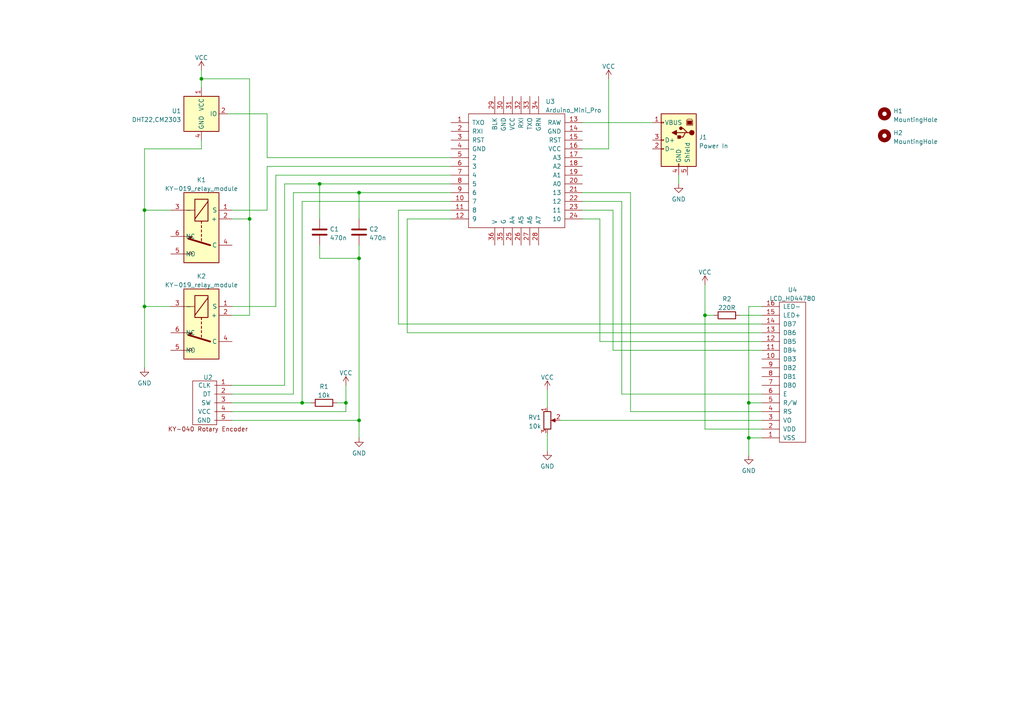
<source format=kicad_sch>
(kicad_sch (version 20211123) (generator eeschema)
  (paper "A4")
  (lib_symbols
    (symbol "Connector:USB_B" (pin_names (offset 1.016))
      (property "Reference" "J" (at -5.08 11.43 0))
      (property "Value" "USB_B" (at -5.08 8.89 0))
      (symbol "USB_B_0_1"
        (rectangle (start -5.08 -7.62) (end 5.08 7.62) (stroke (width 0.254)) (fill (type background)))
        (circle (center -3.81 2.159) (radius 0.635) (stroke (width 0.254)) (fill (type outline)))
        (rectangle (start -3.81 5.588) (end -2.54 4.572) (fill (type outline)))
        (circle (center -0.635 3.429) (radius 0.381) (stroke (width 0.254)) (fill (type outline)))
        (rectangle (start -0.127 -7.62) (end 0.127 -6.858))
        (polyline (pts (xy -1.905 2.159) (xy 0.635 2.159)) (stroke (width 0.254)))
        (polyline (pts (xy -3.175 2.159) (xy -2.54 2.159) (xy -1.27 3.429) (xy -0.635 3.429)) (stroke (width 0.254)))
        (polyline (pts (xy -2.54 2.159) (xy -1.905 2.159) (xy -1.27 0.889) (xy 0 0.889)) (stroke (width 0.254)))
        (polyline (pts (xy 0.635 2.794) (xy 0.635 1.524) (xy 1.905 2.159) (xy 0.635 2.794)) (stroke (width 0.254)) (fill (type outline)))
        (polyline (pts (xy -4.064 4.318) (xy -2.286 4.318) (xy -2.286 5.715) (xy -2.667 6.096) (xy -3.683 6.096) (xy -4.064 5.715) (xy -4.064 4.318)))
        (rectangle (start 0.254 1.27) (end -0.508 0.508) (stroke (width 0.254)) (fill (type outline)))
        (rectangle (start 5.08 -2.667) (end 4.318 -2.413))
        (rectangle (start 5.08 -0.127) (end 4.318 0.127))
        (rectangle (start 5.08 4.953) (end 4.318 5.207))
      )
      (symbol "USB_B_1_1"
        (pin power_out line (at 7.62 5.08 180) (length 2.54) (name "VBUS") (number "1"))
        (pin bidirectional line (at 7.62 -2.54 180) (length 2.54) (name "D-") (number "2"))
        (pin bidirectional line (at 7.62 0 180) (length 2.54) (name "D+") (number "3"))
        (pin power_out line (at 0 -10.16 90) (length 2.54) (name "GND") (number "4"))
        (pin passive line (at -2.54 -10.16 90) (length 2.54) (name "Shield") (number "5"))
      )
    )
    (symbol "Device:C" (pin_numbers hide) (pin_names (offset 0.254))
      (property "Reference" "C" (at 0.635 2.54 0))
      (property "Value" "C" (at 0.635 -2.54 0))
      (symbol "C_0_1"
        (polyline (pts (xy -2.032 -0.762) (xy 2.032 -0.762)) (stroke (width 0.508)))
        (polyline (pts (xy -2.032 0.762) (xy 2.032 0.762)) (stroke (width 0.508)))
      )
      (symbol "C_1_1"
        (pin passive line (at 0 3.81 270) (length 2.794) (name "~") (number "1"))
        (pin passive line (at 0 -3.81 90) (length 2.794) (name "~") (number "2"))
      )
    )
    (symbol "Device:R" (pin_numbers hide) (pin_names (offset 0))
      (property "Reference" "R" (at 2.032 0 90))
      (property "Value" "R" (at 0 0 90))
      (symbol "R_0_1"
        (rectangle (start -1.016 -2.54) (end 1.016 2.54) (stroke (width 0.254)))
      )
      (symbol "R_1_1"
        (pin passive line (at 0 3.81 270) (length 1.27) (name "~") (number "1"))
        (pin passive line (at 0 -3.81 90) (length 1.27) (name "~") (number "2"))
      )
    )
    (symbol "Device:R_Potentiometer" (pin_names (offset 1.016) hide)
      (property "Reference" "RV" (at -4.445 0 90))
      (property "Value" "R_Potentiometer" (at -2.54 0 90))
      (symbol "R_Potentiometer_0_1"
        (polyline (pts (xy 2.54 0) (xy 1.524 0)))
        (polyline (pts (xy 1.143 0) (xy 2.286 0.508) (xy 2.286 -0.508) (xy 1.143 0)) (fill (type outline)))
        (rectangle (start 1.016 2.54) (end -1.016 -2.54) (stroke (width 0.254)))
      )
      (symbol "R_Potentiometer_1_1"
        (pin passive line (at 0 3.81 270) (length 1.27) (name "1") (number "1"))
        (pin passive line (at 3.81 0 180) (length 1.27) (name "2") (number "2"))
        (pin passive line (at 0 -3.81 90) (length 1.27) (name "3") (number "3"))
      )
    )
    (symbol "Mechanical:MountingHole" (pin_names (offset 1.016))
      (property "Reference" "H" (at 0 5.08 0))
      (property "Value" "MountingHole" (at 0 3.175 0))
      (symbol "MountingHole_0_1"
        (circle (center 0 0) (radius 1.27) (stroke (width 1.27)))
      )
    )
    (symbol "My_Arduino:Arduino_Mini_Pro" (pin_names (offset 1.016))
      (property "Reference" "U" (at 6.35 3.81 0))
      (property "Value" "Arduino_Mini_Pro" (at 1.27 7.62 0))
      (symbol "Arduino_Mini_Pro_0_1"
        (rectangle (start 5.08 2.54) (end 33.02 -30.48))
      )
      (symbol "Arduino_Mini_Pro_1_1"
        (pin output line (at 0 0 0) (length 5.08) (name "TXO") (number "1"))
        (pin bidirectional line (at 0 -22.86 0) (length 5.08) (name "7") (number "10"))
        (pin bidirectional line (at 0 -25.4 0) (length 5.08) (name "8") (number "11"))
        (pin bidirectional line (at 0 -27.94 0) (length 5.08) (name "9") (number "12"))
        (pin power_in line (at 38.1 0 180) (length 5.08) (name "RAW") (number "13"))
        (pin power_in line (at 38.1 -2.54 180) (length 5.08) (name "GND") (number "14"))
        (pin input line (at 38.1 -5.08 180) (length 5.08) (name "RST") (number "15"))
        (pin power_out line (at 38.1 -7.62 180) (length 5.08) (name "VCC") (number "16"))
        (pin bidirectional line (at 38.1 -10.16 180) (length 5.08) (name "A3") (number "17"))
        (pin bidirectional line (at 38.1 -12.7 180) (length 5.08) (name "A2") (number "18"))
        (pin bidirectional line (at 38.1 -15.24 180) (length 5.08) (name "A1") (number "19"))
        (pin input line (at 0 -2.54 0) (length 5.08) (name "RXI") (number "2"))
        (pin bidirectional line (at 38.1 -17.78 180) (length 5.08) (name "A0") (number "20"))
        (pin bidirectional line (at 38.1 -20.32 180) (length 5.08) (name "13") (number "21"))
        (pin bidirectional line (at 38.1 -22.86 180) (length 5.08) (name "12") (number "22"))
        (pin bidirectional line (at 38.1 -25.4 180) (length 5.08) (name "11") (number "23"))
        (pin bidirectional line (at 38.1 -27.94 180) (length 5.08) (name "10") (number "24"))
        (pin bidirectional line (at 17.78 -35.56 90) (length 5.08) (name "A4") (number "25"))
        (pin bidirectional line (at 20.32 -35.56 90) (length 5.08) (name "A5") (number "26"))
        (pin bidirectional line (at 22.86 -35.56 90) (length 5.08) (name "A6") (number "27"))
        (pin bidirectional line (at 25.4 -35.56 90) (length 5.08) (name "A7") (number "28"))
        (pin input line (at 12.7 7.62 270) (length 5.08) (name "BLK") (number "29"))
        (pin input line (at 0 -5.08 0) (length 5.08) (name "RST") (number "3"))
        (pin passive line (at 15.24 7.62 270) (length 5.08) (name "GND") (number "30"))
        (pin power_in line (at 17.78 7.62 270) (length 5.08) (name "VCC") (number "31"))
        (pin input line (at 20.32 7.62 270) (length 5.08) (name "RXI") (number "32"))
        (pin output line (at 22.86 7.62 270) (length 5.08) (name "TXO") (number "33"))
        (pin input line (at 25.4 7.62 270) (length 5.08) (name "GRN") (number "34"))
        (pin passive line (at 15.24 -35.56 90) (length 5.08) (name "G") (number "35"))
        (pin power_out line (at 12.7 -35.56 90) (length 5.08) (name "V") (number "36"))
        (pin passive line (at 0 -7.62 0) (length 5.08) (name "GND") (number "4"))
        (pin bidirectional line (at 0 -10.16 0) (length 5.08) (name "2") (number "5"))
        (pin bidirectional line (at 0 -12.7 0) (length 5.08) (name "3") (number "6"))
        (pin bidirectional line (at 0 -15.24 0) (length 5.08) (name "4") (number "7"))
        (pin bidirectional line (at 0 -17.78 0) (length 5.08) (name "5") (number "8"))
        (pin bidirectional line (at 0 -20.32 0) (length 5.08) (name "6") (number "9"))
      )
    )
    (symbol "My_Headers:LCD_HD44780" (pin_names (offset 1.016))
      (property "Reference" "U" (at 6.35 2.54 0))
      (property "Value" "LCD_HD44780" (at 11.43 -40.64 0))
      (symbol "LCD_HD44780_0_1"
        (rectangle (start 5.08 1.27) (end 12.7 -39.37))
      )
      (symbol "LCD_HD44780_1_1"
        (pin input line (at 0 0 0) (length 5.08) (name "VSS") (number "1"))
        (pin input line (at 0 -22.86 0) (length 5.08) (name "DB3") (number "10"))
        (pin input line (at 0 -25.4 0) (length 5.08) (name "DB4") (number "11"))
        (pin input line (at 0 -27.94 0) (length 5.08) (name "DB5") (number "12"))
        (pin input line (at 0 -30.48 0) (length 5.08) (name "DB6") (number "13"))
        (pin input line (at 0 -33.02 0) (length 5.08) (name "DB7") (number "14"))
        (pin input line (at 0 -35.56 0) (length 5.08) (name "LED+") (number "15"))
        (pin input line (at 0 -38.1 0) (length 5.08) (name "LED-") (number "16"))
        (pin input line (at 0 -2.54 0) (length 5.08) (name "VDD") (number "2"))
        (pin input line (at 0 -5.08 0) (length 5.08) (name "VO") (number "3"))
        (pin input line (at 0 -7.62 0) (length 5.08) (name "RS") (number "4"))
        (pin input line (at 0 -10.16 0) (length 5.08) (name "R/W") (number "5"))
        (pin input line (at 0 -12.7 0) (length 5.08) (name "E") (number "6"))
        (pin input line (at 0 -15.24 0) (length 5.08) (name "DB0") (number "7"))
        (pin input line (at 0 -17.78 0) (length 5.08) (name "DB1") (number "8"))
        (pin input line (at 0 -20.32 0) (length 5.08) (name "DB2") (number "9"))
      )
    )
    (symbol "My_Parts:DHT22,CM2303"
      (property "Reference" "U" (at -3.81 6.35 0))
      (property "Value" "DHT22,CM2303" (at 7.62 6.35 0))
      (symbol "DHT22,CM2303_0_1"
        (rectangle (start -5.08 5.08) (end 5.08 -5.08) (stroke (width 0.254)) (fill (type background)))
      )
      (symbol "DHT22,CM2303_1_1"
        (pin power_in line (at 0 7.62 270) (length 2.54) (name "VCC") (number "1"))
        (pin bidirectional line (at 7.62 0 180) (length 2.54) (name "IO") (number "2"))
        (pin no_connect line (at -5.08 0 0) (length 2.54) hide (name "NC") (number "3"))
        (pin power_in line (at 0 -7.62 90) (length 2.54) (name "GND") (number "4"))
      )
    )
    (symbol "My_Parts:KY-019_relay_module"
      (property "Reference" "K" (at 4.445 6.35 0))
      (property "Value" "KY-019_relay_module" (at -2.54 -17.145 0))
      (symbol "KY-019_relay_module_0_0"
        (polyline (pts (xy 13.97 -12.7) (xy 11.43 -12.7) (xy 12.065 -12.065) (xy 12.7 -12.7)))
      )
      (symbol "KY-019_relay_module_0_1"
        (polyline (pts (xy 6.35 -10.16) (xy 12.7 -8.255)) (stroke (width 0.508)))
        (polyline (pts (xy 6.985 2.54) (xy 10.795 -2.54)) (stroke (width 0.254)))
        (polyline (pts (xy 8.89 -8.255) (xy 8.89 -8.89)) (stroke (width 0.254)))
        (polyline (pts (xy 8.89 -6.985) (xy 8.89 -7.62)) (stroke (width 0.254)))
        (polyline (pts (xy 8.89 -5.715) (xy 8.89 -6.35)) (stroke (width 0.254)))
        (polyline (pts (xy 8.89 -4.445) (xy 8.89 -5.08)) (stroke (width 0.254)))
        (polyline (pts (xy 8.89 -3.175) (xy 8.89 -3.81)) (stroke (width 0.254)))
        (polyline (pts (xy 13.97 0) (xy 10.795 0)))
        (polyline (pts (xy 13.97 -7.62) (xy 11.43 -7.62) (xy 12.065 -8.255) (xy 12.7 -7.62)) (fill (type outline)))
        (rectangle (start 10.795 3.175) (end 6.985 -3.175) (stroke (width 0.254)))
        (rectangle (start 13.97 5.08) (end 3.81 -15.24) (stroke (width 0.254)) (fill (type background)))
      )
      (symbol "KY-019_relay_module_1_1"
        (pin input line (at 0 0 0) (length 3.81) (name "S") (number "1"))
        (pin power_in line (at 0 -2.54 0) (length 3.81) (name "+") (number "2"))
        (pin power_in line (at 17.78 0 180) (length 3.81) (name "-") (number "3"))
        (pin passive line (at 0 -10.16 0) (length 3.81) (name "C") (number "4"))
        (pin passive line (at 17.78 -12.7 180) (length 3.81) (name "NO") (number "5"))
        (pin passive line (at 17.78 -7.62 180) (length 3.81) (name "NC") (number "6"))
      )
    )
    (symbol "My_Parts:KY-040_Rotary_Encoder" (pin_names (offset 1.016))
      (property "Reference" "U" (at 0.635 2.54 0))
      (symbol "KY-040_Rotary_Encoder_0_0"
        (text "KY-040 Rotary Encoder" (at 1.905 -12.7 0) (effects (font (size 1.27 1.27))))
      )
      (symbol "KY-040_Rotary_Encoder_0_1"
        (rectangle (start -0.635 -11.43) (end 6.35 1.27))
      )
      (symbol "KY-040_Rotary_Encoder_1_1"
        (pin output line (at -5.08 0 0) (length 5.08) (name "CLK") (number "1"))
        (pin output line (at -5.08 -2.54 0) (length 5.08) (name "DT") (number "2"))
        (pin output line (at -5.08 -5.08 0) (length 5.08) (name "SW") (number "3"))
        (pin power_in line (at -5.08 -7.62 0) (length 5.08) (name "VCC") (number "4"))
        (pin power_in line (at -5.08 -10.16 0) (length 5.08) (name "GND") (number "5"))
      )
    )
    (symbol "power:GND" (power) (pin_names (offset 0))
      (property "Value" "GND" (at 0 -3.81 0))
      (symbol "GND_0_1"
        (polyline (pts (xy 0 0) (xy 0 -1.27) (xy 1.27 -1.27) (xy 0 -2.54) (xy -1.27 -1.27) (xy 0 -1.27)))
      )
      (symbol "GND_1_1"
        (pin power_in line (at 0 0 270) (length 0) hide (name "GND") (number "1"))
      )
    )
    (symbol "power:VCC" (power) (pin_names (offset 0))
      (property "Value" "VCC" (at 0 3.81 0))
      (symbol "VCC_0_1"
        (polyline (pts (xy -0.762 1.27) (xy 0 2.54)))
        (polyline (pts (xy 0 0) (xy 0 2.54)))
        (polyline (pts (xy 0 2.54) (xy 0.762 1.27)))
      )
      (symbol "VCC_1_1"
        (pin power_in line (at 0 0 90) (length 0) hide (name "VCC") (number "1"))
      )
    )
  )
  (junction (at 204.47 91.44))
  (junction (at 104.14 55.88))
  (junction (at 92.71 53.34))
  (junction (at 217.17 116.84))
  (junction (at 72.39 63.5))
  (junction (at 87.63 116.84))
  (junction (at 104.14 121.92))
  (junction (at 41.91 88.9))
  (junction (at 100.33 116.84))
  (junction (at 104.14 74.93))
  (junction (at 41.91 60.96))
  (junction (at 58.42 22.86))
  (junction (at 217.17 127))
  (wire (pts (xy 80.01 50.8) (xy 130.81 50.8)))
  (wire (pts (xy 104.14 121.92) (xy 104.14 127)))
  (wire (pts (xy 104.14 74.93) (xy 104.14 121.92)))
  (wire (pts (xy 85.09 114.3) (xy 85.09 55.88)))
  (wire (pts (xy 87.63 58.42) (xy 130.81 58.42)))
  (wire (pts (xy 158.75 125.73) (xy 158.75 130.81)))
  (wire (pts (xy 77.47 60.96) (xy 77.47 48.26)))
  (wire (pts (xy 168.91 35.56) (xy 189.23 35.56)))
  (wire (pts (xy 41.91 60.96) (xy 49.53 60.96)))
  (wire (pts (xy 204.47 124.46) (xy 204.47 91.44)))
  (wire (pts (xy 58.42 22.86) (xy 58.42 25.4)))
  (wire (pts (xy 115.57 93.98) (xy 115.57 60.96)))
  (wire (pts (xy 41.91 60.96) (xy 41.91 88.9)))
  (wire (pts (xy 80.01 88.9) (xy 67.31 88.9)))
  (wire (pts (xy 104.14 55.88) (xy 104.14 63.5)))
  (wire (pts (xy 87.63 116.84) (xy 90.17 116.84)))
  (wire (pts (xy 67.31 91.44) (xy 72.39 91.44)))
  (wire (pts (xy 168.91 43.18) (xy 176.53 43.18)))
  (wire (pts (xy 177.8 101.6) (xy 177.8 60.96)))
  (wire (pts (xy 173.99 99.06) (xy 173.99 63.5)))
  (wire (pts (xy 72.39 63.5) (xy 67.31 63.5)))
  (wire (pts (xy 58.42 40.64) (xy 58.42 43.18)))
  (wire (pts (xy 118.11 96.52) (xy 118.11 63.5)))
  (wire (pts (xy 180.34 114.3) (xy 180.34 58.42)))
  (wire (pts (xy 173.99 63.5) (xy 168.91 63.5)))
  (wire (pts (xy 82.55 53.34) (xy 92.71 53.34)))
  (wire (pts (xy 72.39 63.5) (xy 72.39 22.86)))
  (wire (pts (xy 115.57 60.96) (xy 130.81 60.96)))
  (wire (pts (xy 87.63 116.84) (xy 87.63 58.42)))
  (wire (pts (xy 100.33 119.38) (xy 100.33 116.84)))
  (wire (pts (xy 158.75 113.03) (xy 158.75 118.11)))
  (wire (pts (xy 41.91 88.9) (xy 41.91 106.68)))
  (wire (pts (xy 220.98 119.38) (xy 182.88 119.38)))
  (wire (pts (xy 217.17 88.9) (xy 220.98 88.9)))
  (wire (pts (xy 41.91 88.9) (xy 49.53 88.9)))
  (wire (pts (xy 92.71 74.93) (xy 92.71 71.12)))
  (wire (pts (xy 217.17 127) (xy 217.17 132.08)))
  (wire (pts (xy 220.98 116.84) (xy 217.17 116.84)))
  (wire (pts (xy 77.47 33.02) (xy 66.04 33.02)))
  (wire (pts (xy 77.47 45.72) (xy 77.47 33.02)))
  (wire (pts (xy 80.01 50.8) (xy 80.01 88.9)))
  (wire (pts (xy 67.31 111.76) (xy 82.55 111.76)))
  (wire (pts (xy 92.71 53.34) (xy 92.71 63.5)))
  (wire (pts (xy 97.79 116.84) (xy 100.33 116.84)))
  (wire (pts (xy 220.98 93.98) (xy 115.57 93.98)))
  (wire (pts (xy 182.88 55.88) (xy 168.91 55.88)))
  (wire (pts (xy 67.31 60.96) (xy 77.47 60.96)))
  (wire (pts (xy 58.42 43.18) (xy 41.91 43.18)))
  (wire (pts (xy 92.71 53.34) (xy 130.81 53.34)))
  (wire (pts (xy 220.98 127) (xy 217.17 127)))
  (wire (pts (xy 220.98 124.46) (xy 204.47 124.46)))
  (wire (pts (xy 217.17 116.84) (xy 217.17 127)))
  (wire (pts (xy 67.31 116.84) (xy 87.63 116.84)))
  (wire (pts (xy 162.56 121.92) (xy 220.98 121.92)))
  (wire (pts (xy 41.91 43.18) (xy 41.91 60.96)))
  (wire (pts (xy 82.55 111.76) (xy 82.55 53.34)))
  (wire (pts (xy 72.39 22.86) (xy 58.42 22.86)))
  (wire (pts (xy 67.31 119.38) (xy 100.33 119.38)))
  (wire (pts (xy 217.17 88.9) (xy 217.17 116.84)))
  (wire (pts (xy 196.85 50.8) (xy 196.85 53.34)))
  (wire (pts (xy 118.11 63.5) (xy 130.81 63.5)))
  (wire (pts (xy 104.14 55.88) (xy 130.81 55.88)))
  (wire (pts (xy 77.47 48.26) (xy 130.81 48.26)))
  (wire (pts (xy 85.09 55.88) (xy 104.14 55.88)))
  (wire (pts (xy 204.47 82.55) (xy 204.47 91.44)))
  (wire (pts (xy 104.14 74.93) (xy 92.71 74.93)))
  (wire (pts (xy 77.47 45.72) (xy 130.81 45.72)))
  (wire (pts (xy 220.98 96.52) (xy 118.11 96.52)))
  (wire (pts (xy 100.33 116.84) (xy 100.33 111.76)))
  (wire (pts (xy 58.42 20.32) (xy 58.42 22.86)))
  (wire (pts (xy 177.8 60.96) (xy 168.91 60.96)))
  (wire (pts (xy 220.98 114.3) (xy 180.34 114.3)))
  (wire (pts (xy 220.98 91.44) (xy 214.63 91.44)))
  (wire (pts (xy 182.88 119.38) (xy 182.88 55.88)))
  (wire (pts (xy 204.47 91.44) (xy 207.01 91.44)))
  (wire (pts (xy 67.31 121.92) (xy 104.14 121.92)))
  (wire (pts (xy 67.31 114.3) (xy 85.09 114.3)))
  (wire (pts (xy 104.14 71.12) (xy 104.14 74.93)))
  (wire (pts (xy 72.39 91.44) (xy 72.39 63.5)))
  (wire (pts (xy 220.98 101.6) (xy 177.8 101.6)))
  (wire (pts (xy 180.34 58.42) (xy 168.91 58.42)))
  (wire (pts (xy 176.53 43.18) (xy 176.53 22.86)))
  (wire (pts (xy 220.98 99.06) (xy 173.99 99.06)))
  (symbol (lib_id "power:VCC") (at 158.75 113.03 0) (unit 1)
    (property "Reference" "#PWR0109" (effects hide))
    (property "Value" "VCC" (at 158.75 109.4542 0))
  )
  (symbol (lib_id "Mechanical:MountingHole") (at 256.54 39.37 0) (unit 1)
    (property "Reference" "H2" (at 259.08 38.5353 0) (effects (justify left)))
    (property "Value" "MountingHole" (at 259.08 41.0722 0) (effects (justify left)))
    (property "Footprint" "MountingHole:MountingHole_3.2mm_M3" (effects hide))
  )
  (symbol (lib_id "Device:C") (at 104.14 67.31 0) (unit 1)
    (property "Reference" "C2" (at 107.061 66.4753 0) (effects (justify left)))
    (property "Value" "470n" (at 107.061 69.0122 0) (effects (justify left)))
    (property "Footprint" "My_Misc:C_Disc_D3.0mm_W1.6mm_P2.50mm_larg" (effects hide))
  )
  (symbol (lib_id "power:GND") (at 217.17 132.08 0) (mirror y) (unit 1)
    (property "Reference" "#PWR0106" (effects hide))
    (property "Value" "GND" (at 217.17 136.5234 0))
  )
  (symbol (lib_id "power:GND") (at 196.85 53.34 0) (unit 1)
    (property "Reference" "#PWR0108" (effects hide))
    (property "Value" "GND" (at 196.85 57.7834 0))
  )
  (symbol (lib_id "My_Arduino:Arduino_Mini_Pro") (at 130.81 35.56 0) (unit 1)
    (property "Reference" "U3" (at 158.2294 29.4472 0) (effects (justify left)))
    (property "Value" "Arduino_Mini_Pro" (at 158.2294 31.9841 0) (effects (justify left)))
    (property "Footprint" "My_Arduino:Arduino_Pro_Mini_vC_only_sides_larger_pads" (effects hide))
  )
  (symbol (lib_id "power:VCC") (at 204.47 82.55 0) (mirror y) (unit 1)
    (property "Reference" "#PWR0107" (effects hide))
    (property "Value" "VCC" (at 204.47 78.9742 0))
  )
  (symbol (lib_id "power:GND") (at 158.75 130.81 0) (unit 1)
    (property "Reference" "#PWR0110" (effects hide))
    (property "Value" "GND" (at 158.75 135.2534 0))
  )
  (symbol (lib_id "My_Parts:KY-019_relay_module") (at 67.31 88.9 0) (mirror y) (unit 1)
    (property "Reference" "K2" (at 58.42 80.1202 0))
    (property "Value" "KY-019_relay_module" (at 58.42 82.6571 0))
    (property "Footprint" "My_Headers:3-pin JST KY-019 relay" (effects hide))
  )
  (symbol (lib_id "Connector:USB_B") (at 196.85 40.64 0) (mirror y) (unit 1)
    (property "Reference" "J1" (at 202.692 39.8053 0) (effects (justify right)))
    (property "Value" "Power In" (at 202.692 42.3422 0) (effects (justify right)))
    (property "Footprint" "My_Misc:USB_B_OST_USB-B1HSxx_Horizontal_large" (effects hide))
    (property "Datasheet" " ~" (effects hide))
  )
  (symbol (lib_id "power:GND") (at 41.91 106.68 0) (unit 1)
    (property "Reference" "#PWR0102" (effects hide))
    (property "Value" "GND" (at 41.91 111.1234 0))
  )
  (symbol (lib_id "Device:R_Potentiometer") (at 158.75 121.92 0) (unit 1)
    (property "Reference" "RV1" (at 156.9721 121.0853 0) (effects (justify right)))
    (property "Value" "10k" (at 156.9721 123.6222 0) (effects (justify right)))
    (property "Footprint" "My_Misc:Potentiometer_Bourns_3339P_Vertical_large" (effects hide))
  )
  (symbol (lib_id "power:VCC") (at 176.53 22.86 0) (unit 1)
    (property "Reference" "#PWR0105" (effects hide))
    (property "Value" "VCC" (at 176.53 19.2842 0))
  )
  (symbol (lib_id "Device:R") (at 93.98 116.84 90) (unit 1)
    (property "Reference" "R1" (at 93.98 112.1242 90))
    (property "Value" "10k" (at 93.98 114.6611 90))
    (property "Footprint" "My_Misc:R_Axial_DIN0207_L6.3mm_D2.5mm_P10.16mm_Horizontal_larger_pads" (effects hide))
  )
  (symbol (lib_id "Mechanical:MountingHole") (at 256.54 33.02 0) (unit 1)
    (property "Reference" "H1" (at 259.08 32.1853 0) (effects (justify left)))
    (property "Value" "MountingHole" (at 259.08 34.7222 0) (effects (justify left)))
    (property "Footprint" "MountingHole:MountingHole_3.2mm_M3" (effects hide))
  )
  (symbol (lib_id "My_Headers:LCD_HD44780") (at 220.98 127 0) (mirror x) (unit 1)
    (property "Reference" "U4" (at 229.87 84.0572 0))
    (property "Value" "LCD_HD44780" (at 229.87 86.5941 0))
    (property "Footprint" "My_Parts:LCD_HD44780_16x2_w_headers_no outlinelarge" (effects hide))
  )
  (symbol (lib_id "power:GND") (at 104.14 127 0) (unit 1)
    (property "Reference" "#PWR0103" (effects hide))
    (property "Value" "GND" (at 104.14 131.4434 0))
  )
  (symbol (lib_id "power:VCC") (at 100.33 111.76 0) (unit 1)
    (property "Reference" "#PWR0104" (effects hide))
    (property "Value" "VCC" (at 100.33 108.1842 0))
  )
  (symbol (lib_id "My_Parts:KY-019_relay_module") (at 67.31 60.96 0) (mirror y) (unit 1)
    (property "Reference" "K1" (at 58.42 52.1802 0))
    (property "Value" "KY-019_relay_module" (at 58.42 54.7171 0))
    (property "Footprint" "My_Headers:3-pin JST KY-019 relay" (effects hide))
  )
  (symbol (lib_id "Device:R") (at 210.82 91.44 270) (mirror x) (unit 1)
    (property "Reference" "R2" (at 210.82 86.7242 90))
    (property "Value" "220R" (at 210.82 89.2611 90))
    (property "Footprint" "My_Misc:R_Axial_DIN0207_L6.3mm_D2.5mm_P10.16mm_Horizontal_larger_pads" (effects hide))
  )
  (symbol (lib_id "My_Parts:DHT22,CM2303") (at 58.42 33.02 0) (unit 1)
    (property "Reference" "U1" (at 52.578 32.1853 0) (effects (justify right)))
    (property "Value" "DHT22,CM2303" (at 52.578 34.7222 0) (effects (justify right)))
    (property "Footprint" "My_Headers:3-pin JST DHT11, DHT22" (effects hide))
    (property "Datasheet" "http://akizukidenshi.com/download/ds/aosong/DHT11.pdf" (effects hide))
  )
  (symbol (lib_id "power:VCC") (at 58.42 20.32 0) (unit 1)
    (property "Reference" "#PWR0101" (effects hide))
    (property "Value" "VCC" (at 58.42 16.7442 0))
  )
  (symbol (lib_id "My_Parts:KY-040_Rotary_Encoder") (at 62.23 111.76 0) (mirror y) (unit 1)
    (property "Reference" "U2" (at 60.3249 109.4542 0))
    (property "Value" "KY-040_Rotary_Encoder" (effects hide))
    (property "Footprint" "My_Headers:5-pin JST Rotary Encoder" (effects hide))
  )
  (symbol (lib_id "Device:C") (at 92.71 67.31 0) (unit 1)
    (property "Reference" "C1" (at 95.631 66.4753 0) (effects (justify left)))
    (property "Value" "470n" (at 95.631 69.0122 0) (effects (justify left)))
    (property "Footprint" "My_Misc:C_Disc_D3.0mm_W1.6mm_P2.50mm_larg" (effects hide))
  )
)
</source>
